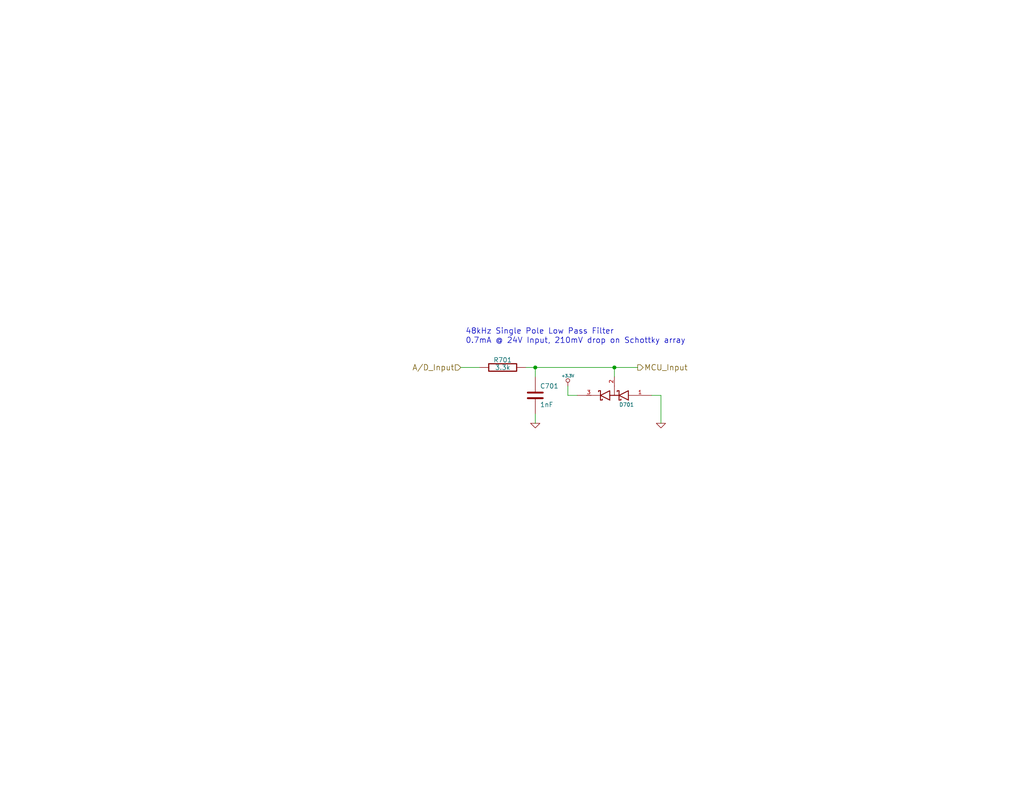
<source format=kicad_sch>
(kicad_sch (version 20211123) (generator eeschema)
  (paper "A")
  (title_block (title "Industrial Digital/Analog Input"))
  (lib_symbols
    (symbol "robot_controller-rescue:+3.3V" (power) (pin_names (offset 0))
      (property "Value" "+3.3V" (at 0 2.794 0))
      (symbol "+3.3V_0_0"
        (pin power_in line (at 0 0 90) (length 0) hide (name "+3.3V") (number "1"))
      )
      (symbol "+3.3V_0_1"
        (polyline (pts (xy 0 0) (xy 0 1.016) (xy 0 1.016)))
        (circle (center 0 1.524) (radius 0.508))
      )
    )
    (symbol "robot_controller-rescue:C" (pin_numbers hide) (pin_names (offset 0.254))
      (property "Reference" "C" (at 0 2.54 0))
      (property "Value" "C" (at 0.1524 -2.159 0))
      (symbol "C_0_1"
        (polyline (pts (xy -2.032 -0.762) (xy 2.032 -0.762)) (stroke (width 0.508)))
        (polyline (pts (xy -2.032 0.762) (xy 2.032 0.762)) (stroke (width 0.508)))
      )
      (symbol "C_1_1"
        (pin passive line (at 0 5.08 270) (length 4.318) (name "~") (number "1"))
        (pin passive line (at 0 -5.08 90) (length 4.318) (name "~") (number "2"))
      )
    )
    (symbol "robot_controller-rescue:DOUBLE_SCHOTTKY" (pin_names (offset 0.762) hide)
      (property "Reference" "D" (at 2.54 -2.54 0))
      (property "Value" "DOUBLE_SCHOTTKY" (at 0 2.54 0))
      (symbol "DOUBLE_SCHOTTKY_0_1"
        (polyline (pts (xy 0 0) (xy 0 -2.54)))
        (polyline (pts (xy 6.35 0) (xy 7.62 0)))
        (polyline (pts (xy -1.27 -1.27) (xy -1.27 1.27) (xy -1.27 1.27)) (stroke (width 0.254)))
        (polyline (pts (xy -1.27 0) (xy 1.27 0) (xy 1.27 0)) (stroke (width 0.254)))
        (polyline (pts (xy 3.81 1.27) (xy 3.81 -1.27) (xy 3.81 -1.27)) (stroke (width 0.254)))
        (polyline (pts (xy -1.27 -1.27) (xy -0.762 -1.27) (xy -0.762 -1.016) (xy -0.762 -1.016)) (stroke (width 0.254)))
        (polyline (pts (xy 3.81 -1.27) (xy 4.318 -1.27) (xy 4.318 -1.016) (xy 4.318 -1.016)) (stroke (width 0.254)))
        (polyline (pts (xy 3.81 1.27) (xy 3.302 1.27) (xy 3.302 1.016) (xy 3.302 1.016)) (stroke (width 0.254)))
        (polyline (pts (xy -1.778 1.016) (xy -1.778 1.27) (xy -1.27 1.27) (xy -1.27 1.27) (xy -1.27 1.27)) (stroke (width 0.254)))
        (polyline (pts (xy -3.81 1.27) (xy -1.27 0) (xy -3.81 -1.27) (xy -3.81 1.27) (xy -3.81 1.27) (xy -3.81 1.27)) (stroke (width 0.254)))
        (polyline (pts (xy 1.27 1.27) (xy 3.81 0) (xy 1.27 -1.27) (xy 1.27 1.27) (xy 1.27 1.27) (xy 1.27 1.27)) (stroke (width 0.254)))
        (pin passive line (at -10.16 0 0) (length 6.35) (name "Anode") (number "1"))
        (pin passive line (at 0 -5.08 90) (length 2.54) (name "AK") (number "2"))
        (pin passive line (at 10.16 0 180) (length 6.35) (name "cathode") (number "3"))
      )
    )
    (symbol "robot_controller-rescue:GND" (power) (pin_names (offset 0))
      (symbol "GND_0_1"
        (polyline (pts (xy -1.27 0) (xy 0 -1.27) (xy 1.27 0) (xy -1.27 0)))
      )
      (symbol "GND_1_1"
        (pin power_in line (at 0 0 90) (length 0) hide (name "GND") (number "1"))
      )
    )
    (symbol "robot_controller-rescue:R" (pin_numbers hide) (pin_names (offset 0))
      (property "Reference" "R" (at 2.032 0 90))
      (property "Value" "R" (at 0.1778 0.0254 90))
      (symbol "R_0_1"
        (rectangle (start -1.016 3.81) (end 1.016 -3.81) (stroke (width 0.3048)))
      )
      (symbol "R_1_1"
        (pin passive line (at 0 6.35 270) (length 2.54) (name "~") (number "1"))
        (pin passive line (at 0 -6.35 90) (length 2.54) (name "~") (number "2"))
      )
    )
  )
  (junction (at 146.05 100.33))
  (junction (at 167.64 100.33))
  (wire (pts (xy 177.8 107.95) (xy 180.34 107.95)))
  (wire (pts (xy 167.64 100.33) (xy 173.99 100.33)))
  (wire (pts (xy 180.34 107.95) (xy 180.34 115.57)))
  (wire (pts (xy 146.05 113.03) (xy 146.05 115.57)))
  (wire (pts (xy 154.94 105.41) (xy 154.94 107.95)))
  (wire (pts (xy 154.94 107.95) (xy 157.48 107.95)))
  (wire (pts (xy 146.05 100.33) (xy 167.64 100.33)))
  (wire (pts (xy 143.51 100.33) (xy 146.05 100.33)))
  (wire (pts (xy 167.64 102.87) (xy 167.64 100.33)))
  (wire (pts (xy 146.05 100.33) (xy 146.05 102.87)))
  (wire (pts (xy 125.73 100.33) (xy 130.81 100.33)))
  (text "0.7mA @ 24V Input, 210mV drop on Schottky array" (at 127 93.98 0) (effects (font (size 1.524 1.524)) (justify left bottom)))
  (text "48kHz Single Pole Low Pass Filter" (at 127 91.44 0) (effects (font (size 1.524 1.524)) (justify left bottom)))
  (hierarchical_label "A/D_Input" (shape input) (at 125.73 100.33 180) (effects (font (size 1.524 1.524))))
  (hierarchical_label "MCU_Input" (shape output) (at 173.99 100.33 0) (effects (font (size 1.524 1.524))))
  (symbol (lib_id "robot_controller-rescue:R") (at 137.16 100.33 90)
    (property "Reference" "R701" (at 137.16 98.298 90))
    (property "Value" "3.3k" (at 137.16 100.33 90))
    (property "Datasheet" "http://www.digikey.ca/product-detail/en/MCR50JZHJ332/RHM3.3KBGCT-ND/2291227" (effects hide))
    (property "Digikey Number" "RHM3.3KBGCT-ND" (effects hide))
  )
  (symbol (lib_id "robot_controller-rescue:C") (at 146.05 107.95 0)
    (property "Reference" "C701" (at 147.32 105.41 0) (effects (justify left)))
    (property "Value" "1nF" (at 147.32 110.49 0) (effects (justify left)))
    (property "Datasheet" "http://www.digikey.ca/product-detail/en/CL10B102KB8NCNC/1276-1913-1-ND/3889999" (effects hide))
    (property "Digikey Number" "1276-1913-1-ND" (effects hide))
  )
  (symbol (lib_id "robot_controller-rescue:GND") (at 146.05 115.57 0)
    (property "Reference" "#PWR0140" (effects hide))
    (property "Value" "GND" (effects hide))
  )
  (symbol (lib_id "robot_controller-rescue:GND") (at 180.34 115.57 0)
    (property "Reference" "#PWR0141" (effects hide))
    (property "Value" "GND" (effects hide))
  )
  (symbol (lib_id "robot_controller-rescue:DOUBLE_SCHOTTKY") (at 167.64 107.95 180)
    (property "Reference" "D701" (at 168.91 110.49 0) (effects (font (size 1.016 1.016)) (justify right)))
    (property "Value" "1SS295" (effects hide))
    (property "Datasheet" "http://www.digikey.ca/product-detail/en/1SS295(TE85L,F)/1SS295(TE85LF)CT-ND/4304201" (effects hide))
    (property "Digikey Number" "1SS295(TE85LF)CT-ND" (effects hide))
  )
  (symbol (lib_id "robot_controller-rescue:+3.3V") (at 154.94 105.41 0)
    (property "Reference" "#PWR0142" (effects hide))
    (property "Value" "+3.3V" (at 154.94 102.616 0) (effects (font (size 0.762 0.762))))
  )
)
</source>
